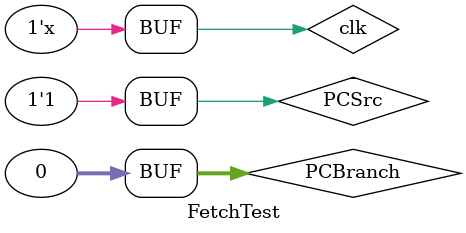
<source format=v>
`timescale 1ns / 1ps


module FetchTest;

	// Inputs
	reg PCSrc;
	reg clk = 0;
	reg [31:0] PCBranch;

	// Outputs
	wire [31:0] PCPlus4;
	wire [31:0] Instr;

	// Instantiate the Unit Under Test (UUT)
	Fetch uut (
		.PCSrc(PCSrc), 
		.clk(clk), 
		.PCBranch(PCBranch), 
		.PCPlus4(PCPlus4), 
		.Instr(Instr)
	);
	
	always #5 clk = ~clk;

	initial begin
		// Initialize Inputs
		PCSrc = 0;
		PCBranch = 0;

		// Wait 100 ns for global reset to finish
		#400;
		
		PCSrc = 1;
		PCBranch = 32'b0;

		// Wait 100 ns for global reset to finish
		#100;		
        
		// Add stimulus here

	end
      
endmodule


</source>
